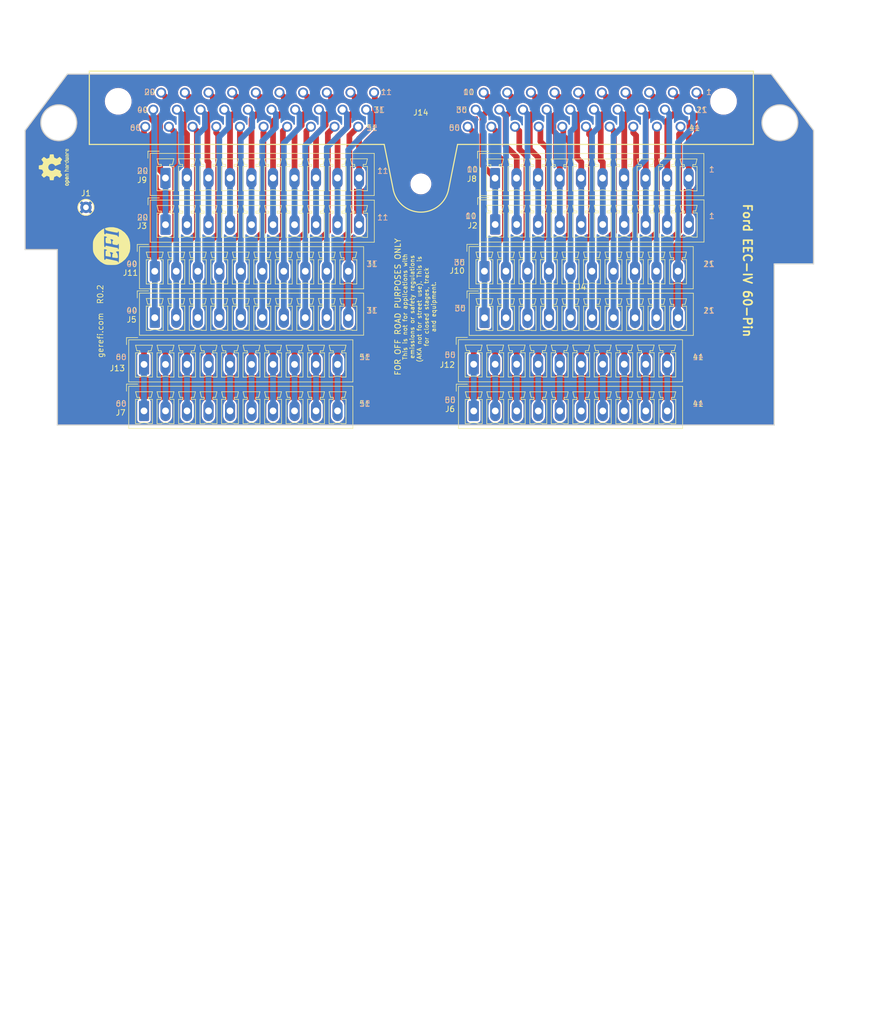
<source format=kicad_pcb>
(kicad_pcb (version 20221018) (generator pcbnew)
  (title_block (title "134pin 7-967288-1 Breakout board") (date "2020-06-02") (rev "R0.1"))
  (layers (0 "F.Cu" signal) (31 "B.Cu" signal) (34 "B.Paste" user) (35 "F.Paste" user) (36 "B.SilkS" user "B.Silkscreen") (37 "F.SilkS" user "F.Silkscreen") (38 "B.Mask" user) (39 "F.Mask" user) (44 "Edge.Cuts" user))
  (net 0 "")
  (net 1 "Net-(J11-Pad4)")
  (net 2 "Net-(J11-Pad3)")
  (net 3 "Net-(J11-Pad2)")
  (net 4 "Net-(J10-Pad4)")
  (net 5 "Net-(J10-Pad3)")
  (net 6 "Net-(J10-Pad2)")
  (net 7 "Net-(J13-Pad2)")
  (net 8 "Net-(J14-Pad2)")
  (net 9 "GND")
  (net 10 "/420")
  (net 11 "/421")
  (net 12 "/10")
  (net 13 "Net-(J14-Pad9)")
  (net 14 "Net-(J14-Pad8)")
  (net 15 "Net-(J14-Pad7)")
  (net 16 "Net-(J14-Pad6)")
  (net 17 "/5")
  (net 18 "Net-(J14-Pad4)")
  (net 19 "Net-(J14-Pad3)")
  (net 20 "/1")
  (net 21 "Net-(J14-Pad19)")
  (net 22 "Net-(J14-Pad18)")
  (net 23 "Net-(J14-Pad17)")
  (net 24 "Net-(J14-Pad16)")
  (net 25 "/15")
  (net 26 "Net-(J14-Pad14)")
  (net 27 "Net-(J14-Pad13)")
  (net 28 "Net-(J14-Pad12)")
  (net 29 "/11")
  (net 30 "/25")
  (net 31 "Net-(J10-Pad7)")
  (net 32 "Net-(J10-Pad8)")
  (net 33 "/31")
  (net 34 "Net-(J12-Pad8)")
  (net 35 "Net-(J12-Pad7)")
  (net 36 "/45")
  (net 37 "Net-(J12-Pad4)")
  (net 38 "Net-(J12-Pad3)")
  (net 39 "Net-(J12-Pad2)")
  (net 40 "/41")
  (net 41 "/60")
  (net 42 "Net-(J13-Pad9)")
  (net 43 "/55")
  (net 44 "/54")
  (net 45 "/53")
  (net 46 "Net-(J10-Pad9)")
  (net 47 "Net-(J10-Pad5)")
  (net 48 "/30")
  (net 49 "Net-(J11-Pad9)")
  (net 50 "Net-(J11-Pad8)")
  (net 51 "Net-(J11-Pad7)")
  (net 52 "/35")
  (net 53 "Net-(J11-Pad5)")
  (net 54 "/40")
  (net 55 "Net-(J12-Pad9)")
  (net 56 "Net-(J12-Pad5)")
  (net 57 "/50")
  (net 58 "Net-(J13-Pad10)")
  (net 59 "Net-(J13-Pad5)")
  (net 60 "Net-(J13-Pad4)")
  (net 61 "Net-(J13-Pad3)")
  (footprint "Symbol:OSHW-Logo2_7.3x6mm_SilkScreen" (layer "F.Cu") (at 101.0793 79.4004 90)
    (fp_text reference "LOGO1" hide)
    (fp_text value "DNP" hide)
  )
  (footprint "TestPoint:TestPoint_Keystone_5000-5004_Miniature" (layer "F.Cu") (at 106.6673 86.4997)
    (fp_text reference "J1")
    (fp_text value "Conn_01x01")
  )
  (footprint "gerefi:Off_Road_Disclaimer" (layer "F.Cu") (at 165.1 104.14 90)
    (fp_text reference "G1" hide)
    (fp_text value "Disclaimer" hide)
  )
  (footprint "gerefi:LOGO" (layer "F.Cu") (at 111.2393 93.3704 90)
    (fp_text reference "G2" hide)
    (fp_text value "LOGO" hide)
  )
  (footprint "Connector_Phoenix_MC:PhoenixContact_MCV_1,5_10-G-3.81_1x10_P3.81mm_Vertical" (layer "F.Cu") (at 179.1716 89.535)
    (fp_text reference "J2")
    (fp_text value "Conn_01x10")
  )
  (footprint "Connector_Phoenix_MC:PhoenixContact_MCV_1,5_10-G-3.81_1x10_P3.81mm_Vertical" (layer "F.Cu") (at 120.7643 89.5731)
    (fp_text reference "J3")
    (fp_text value "Conn_01x10")
  )
  (footprint "Connector_Phoenix_MC:PhoenixContact_MCV_1,5_10-G-3.81_1x10_P3.81mm_Vertical" (layer "F.Cu") (at 177.2793 106.0831)
    (fp_text reference "J4")
    (fp_text value "Conn_01x10")
  )
  (footprint "Connector_Phoenix_MC:PhoenixContact_MCV_1,5_10-G-3.81_1x10_P3.81mm_Vertical" (layer "F.Cu") (at 118.8593 106.0577)
    (fp_text reference "J5")
    (fp_text value "Conn_01x10")
  )
  (footprint "Connector_Phoenix_MC:PhoenixContact_MCV_1,5_10-G-3.81_1x10_P3.81mm_Vertical" (layer "F.Cu") (at 175.3743 122.5931)
    (fp_text reference "J6")
    (fp_text value "Conn_01x10")
  )
  (footprint "Connector_Phoenix_MC:PhoenixContact_MCV_1,5_10-G-3.81_1x10_P3.81mm_Vertical" (layer "F.Cu") (at 116.9543 122.5804)
    (fp_text reference "J7")
    (fp_text value "Conn_01x10")
  )
  (footprint "Connector_Phoenix_MC:PhoenixContact_MCV_1,5_10-G-3.81_1x10_P3.81mm_Vertical" (layer "F.Cu") (at 179.1462 81.3181)
    (fp_text reference "J8")
    (fp_text value "Conn_01x10")
  )
  (footprint "Connector_Phoenix_MC:PhoenixContact_MCV_1,5_10-G-3.81_1x10_P3.81mm_Vertical" (layer "F.Cu") (at 120.7516 81.2927)
    (fp_text reference "J9")
    (fp_text value "Conn_01x10")
  )
  (footprint "Connector_Phoenix_MC:PhoenixContact_MCV_1,5_10-G-3.81_1x10_P3.81mm_Vertical" (layer "F.Cu") (at 177.2666 97.8154)
    (fp_text reference "J10")
    (fp_text value "Conn_01x10")
  )
  (footprint "Connector_Phoenix_MC:PhoenixContact_MCV_1,5_10-G-3.81_1x10_P3.81mm_Vertical" (layer "F.Cu") (at 175.3616 114.3127)
    (fp_text reference "J12")
    (fp_text value "Conn_01x10")
  )
  (footprint "Connector_Phoenix_MC:PhoenixContact_MCV_1,5_10-G-3.81_1x10_P3.81mm_Vertical" (layer "F.Cu") (at 116.9543 114.3381)
    (fp_text reference "J13")
    (fp_text value "Conn_01x10")
  )
  (footprint "gerefi:eeciv" (layer "F.Cu") (at 166.009425 62.296099)
    (fp_text reference "J14")
    (fp_text value "EEC-IV")
  )
  (footprint "Connector_Phoenix_MC:PhoenixContact_MCV_1,5_10-G-3.81_1x10_P3.81mm_Vertical" (layer "F.Cu") (at 118.8593 97.8281)
    (fp_text reference "J11")
    (fp_text value "Conn_01x10")
  )
  (gr_line (start 95.885 72.865) (end 95.885 93.98) (stroke (width 0.2)) (layer "Edge.Cuts"))
  (gr_circle (center 229.616 71.501) (end 232.791 71.501) (stroke (width 0.2)) (fill none) (layer "Edge.Cuts"))
  (gr_line (start 101.6 125.095) (end 228.6 125.095) (stroke (width 0.2)) (layer "Edge.Cuts"))
  (gr_line (start 235.585 96.52) (end 228.6 96.52) (stroke (width 0.2)) (layer "Edge.Cuts"))
  (gr_line (start 235.585 96.52) (end 235.585 72.865) (stroke (width 0.2)) (layer "Edge.Cuts"))
  (gr_line (start 95.885 72.865) (end 103.385 62.865) (stroke (width 0.2)) (layer "Edge.Cuts"))
  (gr_line (start 228.085 62.865) (end 103.385 62.865) (stroke (width 0.2)) (layer "Edge.Cuts"))
  (gr_line (start 101.6 93.98) (end 101.6 125.095) (stroke (width 0.2)) (layer "Edge.Cuts"))
  (gr_circle (center 101.854 71.501) (end 105.029 71.501) (stroke (width 0.2)) (fill none) (layer "Edge.Cuts"))
  (gr_line (start 95.885 93.98) (end 101.6 93.98) (stroke (width 0.2)) (layer "Edge.Cuts"))
  (gr_line (start 228.085 62.865) (end 235.585 72.865) (stroke (width 0.2)) (layer "Edge.Cuts"))
  (gr_line (start 228.6 96.52) (end 228.6 125.095) (stroke (width 0.2)) (layer "Edge.Cuts"))
  (gr_text "20" (at 117.9703 66.0654) (layer "B.SilkS") (effects (font (size 1.016 1.016) (thickness 0.13)) (justify mirror)))
  (gr_text "60" (at 115.4303 72.4154) (layer "B.SilkS") (effects (font (size 1.016 1.016) (thickness 0.13)) (justify mirror)))
  (gr_text "40" (at 116.7003 69.2404) (layer "B.SilkS") (effects (font (size 1.016 1.016) (thickness 0.13)) (justify mirror)))
  (gr_text "51" (at 157.3403 72.4154) (layer "B.SilkS") (effects (font (size 1.016 1.016) (thickness 0.13)) (justify mirror)))
  (gr_text "41" (at 214.4903 72.4154) (layer "B.SilkS") (effects (font (size 1.016 1.016) (thickness 0.13)) (justify mirror)))
  (gr_text "31" (at 158.6103 69.2404) (layer "B.SilkS") (effects (font (size 1.016 1.016) (thickness 0.13)) (justify mirror)))
  (gr_text "50" (at 171.9453 72.4154) (layer "B.SilkS") (effects (font (size 1.016 1.016) (thickness 0.13)) (justify mirror)))
  (gr_text "30" (at 173.2153 69.2404) (layer "B.SilkS") (effects (font (size 1.016 1.016) (thickness 0.13)) (justify mirror)))
  (gr_text "10" (at 174.4853 66.0654) (layer "B.SilkS") (effects (font (size 1.016 1.016) (thickness 0.13)) (justify mirror)))
  (gr_text "21" (at 215.7603 69.2404) (layer "B.SilkS") (effects (font (size 1.016 1.016) (thickness 0.13)) (justify mirror)))
  (gr_text "1" (at 217.0303 66.0654) (layer "B.SilkS") (effects (font (size 1.016 1.016) (thickness 0.13)) (justify mirror)))
  (gr_text "11" (at 159.8803 66.0654) (layer "B.SilkS") (effects (font (size 1.016 1.016) (thickness 0.13)) (justify mirror)))
  (gr_text "50" (at 171.1833 112.6744) (layer "B.SilkS") (effects (font (size 1.016 1.016) (thickness 0.13)) (justify mirror)))
  (gr_text "50" (at 171.1833 120.6754) (layer "B.SilkS") (effects (font (size 1.016 1.016) (thickness 0.13)) (justify mirror)))
  (gr_text "30" (at 172.8343 96.2914) (layer "B.SilkS") (effects (font (size 1.016 1.016) (thickness 0.13)) (justify mirror)))
  (gr_text "30" (at 172.9613 104.4194) (layer "B.SilkS") (effects (font (size 1.016 1.016) (thickness 0.13)) (justify mirror)))
  (gr_text "10" (at 175.1203 79.7814) (layer "B.SilkS") (effects (font (size 1.016 1.016) (thickness 0.13)) (justify mirror)))
  (gr_text "10" (at 174.8663 88.0364) (layer "B.SilkS") (effects (font (size 1.016 1.016) (thickness 0.13)) (justify mirror)))
  (gr_text "1" (at 217.5383 79.7814) (layer "B.SilkS") (effects (font (size 1.016 1.016) (thickness 0.13)) (justify mirror)))
  (gr_text "1" (at 217.5383 88.0364) (layer "B.SilkS") (effects (font (size 1.016 1.016) (thickness 0.13)) (justify mirror)))
  (gr_text "21" (at 217.0303 96.5454) (layer "B.SilkS") (effects (font (size 1.016 1.016) (thickness 0.13)) (justify mirror)))
  (gr_text "21" (at 217.0303 104.8004) (layer "B.SilkS") (effects (font (size 1.016 1.016) (thickness 0.13)) (justify mirror)))
  (gr_text "41" (at 215.1253 113.0554) (layer "B.SilkS") (effects (font (size 1.016 1.016) (thickness 0.13)) (justify mirror)))
  (gr_text "41" (at 215.1253 121.3104) (layer "B.SilkS") (effects (font (size 1.016 1.016) (thickness 0.13)) (justify mirror)))
  (gr_text "60" (at 112.8903 113.0554) (layer "B.SilkS") (effects (font (size 1.016 1.016) (thickness 0.13)) (justify mirror)))
  (gr_text "60" (at 112.8903 121.3104) (layer "B.SilkS") (effects (font (size 1.016 1.016) (thickness 0.13)) (justify mirror)))
  (gr_text "40" (at 114.7953 96.5454) (layer "B.SilkS") (effects (font (size 1.016 1.016) (thickness 0.13)) (justify mirror)))
  (gr_text "40" (at 114.7953 104.8004) (layer "B.SilkS") (effects (font (size 1.016 1.016) (thickness 0.13)) (justify mirror)))
  (gr_text "20" (at 116.7003 80.0354) (layer "B.SilkS") (effects (font (size 1.016 1.016) (thickness 0.13)) (justify mirror)))
  (gr_text "20" (at 116.7003 88.2904) (layer "B.SilkS") (effects (font (size 1.016 1.016) (thickness 0.13)) (justify mirror)))
  (gr_text "51" (at 156.0703 121.3104) (layer "B.SilkS") (effects (font (size 1.016 1.016) (thickness 0.13)) (justify mirror)))
  (gr_text "51" (at 156.0703 113.0554) (layer "B.SilkS") (effects (font (size 1.016 1.016) (thickness 0.13)) (justify mirror)))
  (gr_text "31" (at 157.3403 96.5454) (layer "B.SilkS") (effects (font (size 1.016 1.016) (thickness 0.13)) (justify mirror)))
  (gr_text "31" (at 157.3403 104.8004) (layer "B.SilkS") (effects (font (size 1.016 1.016) (thickness 0.13)) (justify mirror)))
  (gr_text "11" (at 159.2453 80.0354) (layer "B.SilkS") (effects (font (size 1.016 1.016) (thickness 0.13)) (justify mirror)))
  (gr_text "11" (at 159.2453 88.2904) (layer "B.SilkS") (effects (font (size 1.016 1.016) (thickness 0.13)) (justify mirror)))
  (gr_text "50" (at 171.1833 112.6744) (layer "F.SilkS") (effects (font (size 1.016 1.016) (thickness 0.13))))
  (gr_text "50" (at 171.1833 120.6754) (layer "F.SilkS") (effects (font (size 1.016 1.016) (thickness 0.13))))
  (gr_text "30" (at 172.8343 96.2914) (layer "F.SilkS") (effects (font (size 1.016 1.016) (thickness 0.13))))
  (gr_text "30" (at 172.9613 104.4194) (layer "F.SilkS") (effects (font (size 1.016 1.016) (thickness 0.13))))
  (gr_text "10" (at 175.1203 79.7814) (layer "F.SilkS") (effects (font (size 1.016 1.016) (thickness 0.13))))
  (gr_text "10" (at 174.8663 88.0364) (layer "F.SilkS") (effects (font (size 1.016 1.016) (thickness 0.13))))
  (gr_text "1" (at 217.5383 79.7814) (layer "F.SilkS") (effects (font (size 1.016 1.016) (thickness 0.13))))
  (gr_text "1" (at 217.5383 88.0364) (layer "F.SilkS") (effects (font (size 1.016 1.016) (thickness 0.13))))
  (gr_text "21" (at 217.0303 96.5454) (layer "F.SilkS") (effects (font (size 1.016 1.016) (thickness 0.13))))
  (gr_text "21" (at 217.0303 104.8004) (layer "F.SilkS") (effects (font (size 1.016 1.016) (thickness 0.13))))
  (gr_text "41" (at 215.1253 113.0554) (layer "F.SilkS") (effects (font (size 1.016 1.016) (thickness 0.13))))
  (gr_text "41" (at 215.1253 121.3104) (layer "F.SilkS") (effects (font (size 1.016 1.016) (thickness 0.13))))
  (gr_text "60" (at 112.8903 113.0554) (layer "F.SilkS") (effects (font (size 1.016 1.016) (thickness 0.13))))
  (gr_text "60" (at 112.8903 121.3104) (layer "F.SilkS") (effects (font (size 1.016 1.016) (thickness 0.13))))
  (gr_text "40" (at 114.7953 96.5454) (layer "F.SilkS") (effects (font (size 1.016 1.016) (thickness 0.13))))
  (gr_text "40" (at 114.7953 104.8004) (layer "F.SilkS") (effects (font (size 1.016 1.016) (thickness 0.13))))
  (gr_text "20" (at 116.7003 80.0354) (layer "F.SilkS") (effects (font (size 1.016 1.016) (thickness 0.13))))
  (gr_text "20" (at 116.7003 88.2904) (layer "F.SilkS") (effects (font (size 1.016 1.016) (thickness 0.13))))
  (gr_text "51" (at 156.0703 121.3104) (layer "F.SilkS") (effects (font (size 1.016 1.016) (thickness 0.13))))
  (gr_text "51" (at 156.0703 113.0554) (layer "F.SilkS") (effects (font (size 1.016 1.016) (thickness 0.13))))
  (gr_text "31" (at 157.3403 96.5454) (layer "F.SilkS") (effects (font (size 1.016 1.016) (thickness 0.13))))
  (gr_text "31" (at 157.3403 104.8004) (layer "F.SilkS") (effects (font (size 1.016 1.016) (thickness 0.13))))
  (gr_text "11" (at 159.2453 80.0354) (layer "F.SilkS") (effects (font (size 1.016 1.016) (thickness 0.13))))
  (gr_text "11" (at 159.2453 88.2904) (layer "F.SilkS") (effects (font (size 1.016 1.016) (thickness 0.13))))
  (gr_text "31" (at 158.6103 69.2404) (layer "F.SilkS") (effects (font (size 1.016 1.016) (thickness 0.13))))
  (gr_text "gerefi.com  R0.2" (at 109.22 106.68 90) (layer "F.SilkS") (effects (font (size 1.016 1.016) (thickness 0.13))))
  (gr_text "40" (at 116.7003 69.2404) (layer "F.SilkS") (effects (font (size 1.016 1.016) (thickness 0.13))))
  (gr_text "41" (at 214.4903 72.4154) (layer "F.SilkS") (effects (font (size 1.016 1.016) (thickness 0.13))))
  (gr_text "30" (at 173.2153 69.2404) (layer "F.SilkS") (effects (font (size 1.016 1.016) (thickness 0.13))))
  (gr_text "51" (at 157.3403 72.4154) (layer "F.SilkS") (effects (font (size 1.016 1.016) (thickness 0.13))))
  (gr_text "11" (at 159.8803 66.0654) (layer "F.SilkS") (effects (font (size 1.016 1.016) (thickness 0.13))))
  (gr_text "Ford EEC-IV 60-Pin" (at 223.8629 97.6884 -90) (layer "F.SilkS") (effects (font (size 1.5 1.5) (thickness 0.3))))
  (gr_text "21" (at 215.7603 69.2404) (layer "F.SilkS") (effects (font (size 1.016 1.016) (thickness 0.13))))
  (gr_text "10" (at 174.4853 66.0654) (layer "F.SilkS") (effects (font (size 1.016 1.016) (thickness 0.13))))
  (gr_text "20" (at 117.9703 66.0654) (layer "F.SilkS") (effects (font (size 1.016 1.016) (thickness 0.13))))
  (gr_text "1" (at 217.0303 66.0654) (layer "F.SilkS") (effects (font (size 1.016 1.016) (thickness 0.13))))
  (gr_text "60" (at 115.4303 72.4154) (layer "F.SilkS") (effects (font (size 1.016 1.016) (thickness 0.13))))
  (gr_text "50" (at 171.9453 72.4154) (layer "F.SilkS") (effects (font (size 1.016 1.016) (thickness 0.13))))
  (segment (start 130.2893 97.8154) (end 130.2893 74.002306) (width 1.016) (layer "B.Cu") (net 1))
  (segment (start 131.937399 72.354207) (end 131.937399 69.938499) (width 1.016) (layer "B.Cu") (net 1))
  (segment (start 131.937399 69.938499) (end 131.1754 69.1765) (width 1.016) (layer "B.Cu") (net 1))
  (segment (start 130.2893 97.8154) (end 130.2893 106.0704) (width 1.016) (layer "B.Cu") (net 1))
  (segment (start 130.2893 74.002306) (end 131.937399 72.354207) (width 1.016) (layer "B.Cu") (net 1))
  (segment (start 127.745399 72.358207) (end 127.745399 69.942499) (width 1.016) (layer "B.Cu") (net 2))
  (segment (start 126.4793 97.8154) (end 126.4793 106.0704) (width 1.016) (layer "B.Cu") (net 2))
  (segment (start 126.4793 97.8154) (end 126.4793 73.624306) (width 1.016) (layer "B.Cu") (net 2))
  (segment (start 126.4793 73.624306) (end 127.745399 72.358207) (width 1.016) (layer "B.Cu") (net 2))
  (segment (start 127.745399 69.942499) (end 126.9834 69.1805) (width 1.016) (layer "B.Cu") (net 2))
  (segment (start 122.6693 79.888121) (end 123.549399 79.008022) (width 1.016) (layer "B.Cu") (net 3))
  (segment (start 123.549399 79.008022) (end 123.549399 69.942499) (width 1.016) (layer "B.Cu") (net 3))
  (segment (start 123.549399 69.942499) (end 122.7874 69.1805) (width 1.016) (layer "B.Cu") (net 3))
  (segment (start 122.6693 97.8154) (end 122.6693 79.888121) (width 1.016) (layer "B.Cu") (net 3))
  (segment (start 122.6693 97.8154) (end 122.6693 106.0704) (width 1.016) (layer "B.Cu") (net 3))
  (segment (start 188.7093 69.5874) (end 188.2954 69.1735) (width 1.016) (layer "B.Cu") (net 4))
  (segment (start 188.7093 97.8154) (end 188.7093 106.0704) (width 1.016) (layer "B.Cu") (net 4))
  (segment (start 188.7093 97.8154) (end 188.7093 69.5874) (width 1.016) (layer "B.Cu") (net 4))
  (segment (start 184.8993 69.9734) (end 184.1034 69.1775) (width 1.016) (layer "B.Cu") (net 5))
  (segment (start 184.8993 97.8154) (end 184.8993 106.0704) (width 1.016) (layer "B.Cu") (net 5))
  (segment (start 184.8993 97.8154) (end 184.8993 69.9734) (width 1.016) (layer "B.Cu") (net 5))
  (segment (start 181.0893 97.8154) (end 181.0893 70.3594) (width 1.016) (layer "B.Cu") (net 6))
  (segment (start 181.0893 70.3594) (end 179.9074 69.1775) (width 1.016) (layer "B.Cu") (net 6))
  (segment (start 181.0893 97.8154) (end 181.0893 106.0704) (width 1.016) (layer "B.Cu") (net 6))
  (segment (start 120.7643 93.263444) (end 122.47711 91.550634) (width 1.016) (layer "F.Cu") (net 7))
  (segment (start 122.133399 72.967499) (end 121.3714 72.2055) (width 1.016) (layer "F.Cu") (net 7))
  (segment (start 122.47711 91.550634) (end 122.47711 73.31121) (width 1.016) (layer "F.Cu") (net 7))
  (segment (start 120.7643 114.3254) (end 120.7643 93.263444) (width 1.016) (layer "F.Cu") (net 7))
  (segment (start 122.47711 73.31121) (end 122.133399 72.967499) (width 1.016) (layer "F.Cu") (net 7))
  (segment (start 120.7643 114.3254) (end 120.7643 122.5804) (width 1.016) (layer "B.Cu") (net 7))
  (segment (start 211.415399 69.332207) (end 211.415399 66.903499) (width 1.016) (layer "F.Cu") (net 8))
  (segment (start 209.6643 71.083306) (end 211.415399 69.332207) (width 1.016) (layer "F.Cu") (net 8))
  (segment (start 209.6643 81.3054) (end 209.6643 71.083306) (width 1.016) (layer "F.Cu") (net 8))
  (segment (start 211.415399 66.903499) (end 210.6534 66.1415) (width 1.016) (layer "F.Cu") (net 8))
  (segment (start 209.6643 81.3054) (end 209.6643 89.5604) (width 1.016) (layer "B.Cu") (net 8))
  (segment (start 120.767399 66.913499) (end 120.0054 66.1515) (width 1.016) (layer "F.Cu") (net 10))
  (segment (start 120.7643 81.3054) (end 120.7643 80.9244) (width 1.016) (layer "F.Cu") (net 10))
  (segment (start 119.796599 70.313007) (end 120.767399 69.342207) (width 1.016) (layer "F.Cu") (net 10))
  (segment (start 120.767399 69.342207) (end 120.767399 66.913499) (width 1.016) (layer "F.Cu") (net 10))
  (segment (start 119.796599 79.956699) (end 119.796599 70.313007) (width 1.016) (layer "F.Cu") (net 10))
  (segment (start 120.7643 80.9244) (end 119.796599 79.956699) (width 1.016) (layer "F.Cu") (net 10))
  (segment (start 120.7643 81.3054) (end 120.7643 89.5604) (width 1.016) (layer "B.Cu") (net 10))
  (segment (start 211.5693 97.8154) (end 211.5693 106.0704) (width 1.016) (layer "B.Cu") (net 11))
  (segment (start 211.5693 97.8154) (end 211.5693 74.981306) (width 1.016) (layer "B.Cu") (net 11))
  (segment (start 214.199399 72.351207) (end 214.199399 69.935499) (width 1.016) (layer "B.Cu") (net 11))
  (segment (start 211.5693 74.981306) (end 214.199399 72.351207) (width 1.016) (layer "B.Cu") (net 11))
  (segment (start 214.199399 69.935499) (end 213.4374 69.1735) (width 1.016) (layer "B.Cu") (net 11))
  (segment (start 176.916599 70.310007) (end 177.887399 69.339207) (width 1.016) (layer "F.Cu") (net 12))
  (segment (start 179.1843 81.3054) (end 176.916599 79.037699) (width 1.016) (layer "F.Cu") (net 12))
  (segment (start 177.887399 66.910499) (end 177.1254 66.1485) (width 1.016) (layer "F.Cu") (net 12))
  (segment (start 176.916599 79.037699) (end 176.916599 70.310007) (width 1.016) (layer "F.Cu") (net 12))
  (segment (start 177.887399 69.339207) (end 177.887399 66.910499) (width 1.016) (layer "F.Cu") (net 12))
  (segment (start 179.1843 81.3054) (end 179.1843 89.5604) (width 1.016) (layer "B.Cu") (net 12))
  (segment (start 181.0258 75.616806) (end 181.0258 70.389806) (width 1.016) (layer "F.Cu") (net 13))
  (segment (start 182.9943 81.3054) (end 182.9943 77.585306) (width 1.016) (layer "F.Cu") (net 13))
  (segment (start 182.073399 69.342207) (end 182.073399 66.913499) (width 1.016) (layer "F.Cu") (net 13))
  (segment (start 181.0258 70.389806) (end 182.073399 69.342207) (width 1.016) (layer "F.Cu") (net 13))
  (segment (start 182.073399 66.913499) (end 181.3114 66.1515) (width 1.016) (layer "F.Cu") (net 13))
  (segment (start 182.9943 77.585306) (end 181.0258 75.616806) (width 1.016) (layer "F.Cu") (net 13))
  (segment (start 182.9943 81.3054) (end 182.9943 89.5604) (width 1.016) (layer "B.Cu") (net 13))
  (segment (start 186.269399 66.913499) (end 185.5074 66.1515) (width 1.016) (layer "F.Cu") (net 14))
  (segment (start 186.8043 77.659493) (end 185.304599 76.159792) (width 1.016) (layer "F.Cu") (net 14))
  (segment (start 185.304599 70.307007) (end 186.269399 69.342207) (width 1.016) (layer "F.Cu") (net 14))
  (segment (start 186.8043 81.3054) (end 186.8043 77.659493) (width 1.016) (layer "F.Cu") (net 14))
  (segment (start 185.304599 76.159792) (end 185.304599 70.307007) (width 1.016) (layer "F.Cu") (net 14))
  (segment (start 186.269399 69.342207) (end 186.269399 66.913499) (width 1.016) (layer "F.Cu") (net 14))
  (segment (start 186.8043 81.3054) (end 186.8043 89.5604) (width 1.016) (layer "B.Cu") (net 14))
  (segment (start 190.461399 66.909499) (end 189.6994 66.1475) (width 1.016) (layer "F.Cu") (net 15))
  (segment (start 189.492599 70.307007) (end 190.461399 69.338207) (width 1.016) (layer "F.Cu") (net 15))
  (segment (start 190.6143 78.4894) (end 189.92849 77.80359) (width 1.016) (layer "F.Cu") (net 15))
  (segment (start 189.92849 77.80359) (end 189.92849 73.396296) (width 1.016) (layer "F.Cu") (net 15))
  (segment (start 189.92849 73.396296) (end 189.492599 72.960405) (width 1.016) (layer "F.Cu") (net 15))
  (segment (start 189.492599 72.960405) (end 189.492599 70.307007) (width 1.016) (layer "F.Cu") (net 15))
  (segment (start 190.6143 81.3054) (end 190.6143 78.4894) (width 1.016) (layer "F.Cu") (net 15))
  (segment (start 190.461399 69.338207) (end 190.461399 66.909499) (width 1.016) (layer "F.Cu") (net 15))
  (segment (start 190.6143 81.3054) (end 190.6143 89.5604) (width 1.016) (layer "B.Cu") (net 15))
  (segment (start 194.649399 69.344207) (end 194.649399 66.915499) (width 1.016) (layer "F.Cu") (net 16))
  (segment (start 194.649399 66.915499) (end 193.8874 66.1535) (width 1.016) (layer "F.Cu") (net 16))
  (segment (start 193.684599 77.749699) (end 193.684599 70.309007) (width 1.016) (layer "F.Cu") (net 16))
  (segment (start 194.4243 81.3054) (end 194.4243 78.4894) (width 1.016) (layer "F.Cu") (net 16))
  (segment (start 194.4243 78.4894) (end 193.684599 77.749699) (width 1.016) (layer "F.Cu") (net 16))
  (segment (start 193.684599 70.309007) (end 194.649399 69.344207) (width 1.016) (layer "F.Cu") (net 16))
  (segment (start 194.4243 81.3054) (end 194.4243 89.5604) (width 1.016) (layer "B.Cu") (net 16))
  (segment (start 197.870599 70.304007) (end 198.841399 69.333207) (width 1.016) (layer "F.Cu") (net 17))
  (segment (start 198.2343 81.3054) (end 198.2343 78.4894) (width 1.016) (layer "F.Cu") (net 17))
  (segment (start 198.2343 78.4894) (end 197.870599 78.125699) (width 1.016) (layer "F.Cu") (net 17))
  (segment (start 198.841399 69.333207) (end 198.841399 66.904499) (width 1.016) (layer "F.Cu") (net 17))
  (segment (start 197.870599 78.125699) (end 197.870599 70.304007) (width 1.016) (layer "F.Cu") (net 17))
  (segment (start 198.841399 66.904499) (end 198.0794 66.1425) (width 1.016) (layer "F.Cu") (net 17))
  (segment (start 198.2343 81.3054) (end 198.2343 89.5604) (width 1.016) (layer "B.Cu") (net 17))
  (segment (start 202.0443 81.3054) (end 202.0443 70.319306) (width 1.016) (layer "F.Cu") (net 18))
  (segment (start 203.027399 66.907499) (end 202.2654 66.1455) (width 1.016) (layer "F.Cu") (net 18))
  (segment (start 202.0443 70.319306) (end 203.027399 69.336207) (width 1.016) (layer "F.Cu") (net 18))
  (segment (start 203.027399 69.336207) (end 203.027399 66.907499) (width 1.016) (layer "F.Cu") (net 18))
  (segment (start 202.0443 81.3054) (end 202.0443 89.5604) (width 1.016) (layer "B.Cu") (net 18))
  (segment (start 205.8543 70.705306) (end 207.223399 69.336207) (width 1.016) (layer "F.Cu") (net 19))
  (segment (start 207.223399 69.336207) (end 207.223399 66.907499) (width 1.016) (layer "F.Cu") (net 19))
  (segment (start 207.223399 66.907499) (end 206.4614 66.1455) (width 1.016) (layer "F.Cu") (net 19))
  (segment (start 205.8543 81.3054) (end 205.8543 70.705306) (width 1.016) (layer "F.Cu") (net 19))
  (segment (start 205.8543 81.3054) (end 205.8543 89.5604) (width 1.016) (layer "B.Cu") (net 19))
  (segment (start 213.596201 71.658499) (end 215.603399 69.651301) (width 1.016) (layer "F.Cu") (net 20))
  (segment (start 215.603399 66.909499) (end 214.8414 66.1475) (width 1.016) (layer "F.Cu") (net 20))
  (segment (start 215.603399 69.651301) (end 215.603399 66.909499) (width 1.016) (layer "F.Cu") (net 20))
  (segment (start 213.4743 81.3054) (end 213.4743 73.076306) (width 1.016) (layer "F.Cu") (net 20))
  (segment (start 213.4743 73.076306) (end 213.596201 72.954405) (width 1.016) (layer "F.Cu") (net 20))
  (segment (start 213.596201 72.954405) (end 213.596201 71.658499) (width 1.016) (layer "F.Cu") (net 20))
  (segment (start 213.4743 81.3054) (end 213.4743 89.5604) (width 1.016) (layer "B.Cu") (net 20))
  (segment (start 123.992599 70.306007) (end 124.953399 69.345207) (width 1.016) (layer "F.Cu") (net 21))
  (segment (start 124.953399 66.916499) (end 124.1914 66.1545) (width 1.016) (layer "F.Cu") (net 21))
  (segment (start 124.5743 81.3054) (end 124.5743 73.543106) (width 1.016) (layer "F.Cu") (net 21))
  (segment (start 123.992599 72.961405) (end 123.992599 70.306007) (width 1.016) (layer "F.Cu") (net 21))
  (segment (start 124.5743 73.543106) (end 123.992599 72.961405) (width 1.016) (layer "F.Cu") (net 21))
  (segment (start 124.953399 69.345207) (end 124.953399 66.916499) (width 1.016) (layer "F.Cu") (net 21))
  (segment (start 124.5743 81.3054) (end 124.5743 89.5604) (width 1.016) (layer "B.Cu") (net 21))
  (segment (start 128.184599 70.310007) (end 129.149399 69.345207) (width 1.016) (layer "F.Cu") (net 22))
  (segment (start 128.184599 78.289699) (end 128.184599 70.310007) (width 1.016) (layer "F.Cu") (net 22))
  (segment (start 129.149399 66.916499) (end 128.3874 66.1545) (width 1.016) (layer "F.Cu") (net 22))
  (segment (start 128.3843 78.4894) (end 128.184599 78.289699) (width 1.016) (layer "F.Cu") (net 22))
  (segment (start 128.3843 81.3054) (end 128.3843 78.4894) (width 1.016) (layer "F.Cu") (net 22))
  (segment (start 129.149399 69.345207) (end 129.149399 66.916499) (width 1.016) (layer "F.Cu") (net 22))
  (segment (start 128.3843 81.3054) (end 128.3843 89.5604) (width 1.016) (layer "B.Cu") (net 22))
  (segment (start 132.1943 81.3054) (end 132.1943 70.488306) (width 1.016) (layer "F.Cu") (net 23))
  (segment (start 132.1943 70.488306) (end 133.341399 69.341207) (width 1.016) (layer "F.Cu") (net 23))
  (segment (start 133.341399 69.341207) (end 133.341399 66.912499) (width 1.016) (layer "F.Cu") (net 23))
  (segment (start 133.341399 66.912499) (end 132.5794 66.1505) (width 1.016) (layer "F.Cu") (net 23))
  (segment (start 132.1943 81.3054) (end 132.1943 89.5604) (width 1.016) (layer "B.Cu") (net 23))
  (segment (start 136.0043 81.3054) (end 136.0043 70.872306) (width 1.016) (layer "F.Cu") (net 24))
  (segment (start 137.529399 66.918499) (end 136.7674 66.1565) (width 1.016) (layer "F.Cu") (net 24))
  (segment (start 136.0043 70.872306) (end 137.529399 69.347207) (width 1.016) (layer "F.Cu") (net 24))
  (segment (start 137.529399 69.347207) (end 137.529399 66.918499) (width 1.016) (layer "F.Cu") (net 24))
  (segment (start 136.0043 81.3054) (end 136.0043 89.5604) (width 1.016) (layer "B.Cu") (net 24))
  (segment (start 141.721399 66.907499) (end 140.9594 66.1455) (width 1.016) (layer "F.Cu") (net 25))
  (segment (start 139.8143 81.3054) (end 139.8143 71.243306) (width 1.016) (layer "F.Cu") (net 25))
  (segment (start 139.8143 71.243306) (end 141.721399 69.336207) (width 1.016) (layer "F.Cu") (net 25))
  (segment (start 141.721399 69.336207) (end 141.721399 66.907499) (width 1.016) (layer "F.Cu") (net 25))
  (segment (start 139.8143 81.3054) (end 139.8143 89.5604) (width 1.016) (layer "B.Cu") (net 25))
  (segment (start 144.8943 70.352306) (end 145.907399 69.339207) (width 1.016) (layer "F.Cu") (net 26))
  (segment (start 143.6243 73.228693) (end 144.8943 71.958693) (width 1.016) (layer "F.Cu") (net 26))
  (segment (start 145.907399 69.339207) (end 145.907399 66.910499) (width 1.016) (layer "F.Cu") (net 26))
  (segment (start 145.907399 66.910499) (end 145.1454 66.1485) (width 1.016) (layer "F.Cu") (net 26))
  (segment (start 144.8943 71.958693) (end 144.8943 70.352306) (width 1.016) (layer "F.Cu") (net 26))
  (segment (start 143.6243 81.3054) (end 143.6243 73.228693) (width 1.016) (layer "F.Cu") (net 26))
  (segment (start 143.6243 81.3054) (end 143.6243 89.5604) (width 1.016) (layer "B.Cu") (net 26))
  (segment (start 147.4343 81.3054) (end 147.4343 73.606693) (width 1.016) (layer "F.Cu") (net 27))
  (segment (start 150.103399 66.910499) (end 150.095825 66.910499) (width 1.016) (layer "F.Cu") (net 27))
  (segment (start 150.103399 69.339207) (end 150.103399 66.910499) (width 1.016) (layer "F.Cu") (net 27))
  (segment (start 147.4343 73.606693) (end 149.138599 71.902394) (width 1.016) (layer "F.Cu") (net 27))
  (segment (start 149.138599 70.304007) (end 150.103399 69.339207) (width 1.016) (layer "F.Cu") (net 27))
  (segment (start 149.138599 71.902394) (end 149.138599 70.304007) (width 1.016) (layer "F.Cu") (net 27))
  (segment (start 150.095825 66.910499) (end 149.336425 66.151099) (width 1.016) (layer "F.Cu") (net 27))
  (segment (start 147.4343 81.3054) (end 147.4343 89.5604) (width 1.016) (layer "B.Cu") (net 27))
  (segment (start 151.2443 73.990693) (end 153.1493 72.085693) (width 1.016) (layer "F.Cu") (net 28))
  (segment (start 153.1493 70.481306) (end 154.295399 69.335207) (width 1.016) (layer "F.Cu") (net 28))
  (segment (start 154.295399 66.906499) (end 153.5334 66.1445) (width 1.016) (layer "F.Cu") (net 28))
  (segment (start 151.2443 81.3054) (end 151.2443 73.990693) (width 1.016) (layer "F.Cu") (net 28))
  (segment (start 153.1493 72.085693) (end 153.1493 70.481306) (width 1.016) (layer "F.Cu") (net 28))
  (segment (start 154.295399 69.335207) (end 154.295399 66.906499) (width 1.016) (layer "F.Cu") (net 28))
  (segment (start 151.2443 81.3054) (end 151.2443 89.5604) (width 1.016) (layer "B.Cu") (net 28))
  (segment (start 155.0543 81.3054) (end 155.0543 74.3204) (width 1.016) (layer "F.Cu") (net 29))
  (segment (start 157.8483 69.976306) (end 157.892201 69.932405) (width 1.016) (layer "F.Cu") (net 29))
  (segment (start 157.8483 71.5264) (end 157.8483 69.976306) (width 1.016) (layer "F.Cu") (net 29))
  (segment (start 157.892201 69.932405) (end 157.892201 68.420595) (width 1.016) (layer "F.Cu") (net 29))
  (segment (start 157.8483 68.376694) (end 157.8483 66.2774) (width 1.016) (layer "F.Cu") (net 29))
  (segment (start 155.0543 74.3204) (end 157.8483 71.5264) (width 1.016) (layer "F.Cu") (net 29))
  (segment (start 157.8483 66.2774) (end 157.7214 66.1505) (width 1.016) (layer "F.Cu") (net 29))
  (segment (start 157.892201 68.420595) (end 157.8483 68.376694) (width 1.016) (layer "F.Cu") (net 29))
  (segment (start 155.0543 81.3054) (end 155.0543 89.5604) (width 1.016) (layer "B.Cu") (net 29))
  (segment (start 196.3293 73.454306) (end 197.437399 72.346207) (width 1.016) (layer "B.Cu") (net 30))
  (segment (start 196.3293 97.8154) (end 196.3293 106.0704) (width 1.016) (layer "B.Cu") (net 30))
  (segment (start 196.3293 97.8154) (end 196.3293 73.454306) (width 1.016) (layer "B.Cu") (net 30))
  (segment (start 197.437399 69.930499) (end 196.6754 69.1685) (width 1.016) (layer "B.Cu") (net 30))
  (segment (start 197.437399 72.346207) (end 197.437399 69.930499) (width 1.016) (layer "B.Cu") (net 30))
  (segment (start 201.623399 69.933499) (end 200.8614 69.1715) (width 1.016) (layer "B.Cu") (net 31))
  (segment (start 200.1393 73.771301) (end 201.623399 72.287202) (width 1.016) (layer "B.Cu") (net 31))
  (segment (start 200.1393 97.8154) (end 200.1393 106.0704) (width 1.016) (layer "B.Cu") (net 31))
  (segment (start 200.1393 97.8154) (end 200.1393 73.771301) (width 1.016) (layer "B.Cu") (net 31))
  (segment (start 201.623399 72.287202) (end 201.623399 69.933499) (width 1.016) (layer "B.Cu") (net 31))
  (segment (start 203.9493 97.8154) (end 203.9493 79.888121) (width 1.016) (layer "B.Cu") (net 32))
  (segment (start 205.819399 69.933499) (end 205.0574 69.1715) (width 1.016) (layer "B.Cu") (net 32))
  (segment (start 203.9493 79.888121) (end 205.819399 78.018022) (width 1.016) (layer "B.Cu") (net 32))
  (segment (start 203.9493 97.8154) (end 203.9493 106.0704) (width 1.016) (layer "B.Cu") (net 32))
  (segment (start 205.819399 78.018022) (end 205.819399 69.933499) (width 1.016) (layer "B.Cu") (net 32))
  (segment (start 157.079399 69.938499) (end 156.3174 69.1765) (width 1.016) (layer "B.Cu") (net 33))
  (segment (start 153.1493 76.284306) (end 157.079399 72.354207) (width 1.016) (layer "B.Cu") (net 33))
  (segment (start 153.1493 97.8154) (end 153.1493 76.284306) (width 1.016) (layer "B.Cu") (net 33))
  (segment (start 157.079399 72.354207) (end 157.079399 69.938499) (width 1.016) (layer "B.Cu") (net 33))
  (segment (start 153.1493 97.8154) (end 153.1493 106.0704) (width 1.016) (layer "B.Cu") (net 33))
  (segment (start 203.6414 73.27413) (end 203.6414 72.1965) (width 1.016) (layer "F.Cu") (net 34))
  (segment (start 204.14149 90.785489) (end 204.14149 73.77422) (width 1.016) (layer "F.Cu") (net 34))
  (segment (start 202.0443 114.3254) (end 202.0443 92.882679) (width 1.016) (layer "F.Cu") (net 34))
  (segment (start 202.0443 92.882679) (end 204.14149 90.785489) (width 1.016) (layer "F.Cu") (net 34))
  (segment (start 204.14149 73.77422) (end 203.6414 73.27413) (width 1.016) (layer "F.Cu") (net 34))
  (segment (start 202.0443 114.3254) (end 202.0443 122.5804) (width 1.016) (layer "B.Cu") (net 34))
  (segment (start 198.2343 92.882679) (end 200.207399 90.90958) (width 1.016) (layer "F.Cu") (net 35))
  (segment (start 200.207399 90.90958) (end 200.207399 72.958499) (width 1.016) (layer "F.Cu") (net 35))
  (segment (start 200.207399 72.958499) (end 199.4454 72.1965) (width 1.016) (layer "F.Cu") (net 35))
  (segment (start 198.2343 114.3254) (end 198.2343 92.882679) (width 1.016) (layer "F.Cu") (net 35))
  (segment (start 198.2343 114.3254) (end 198.2343 122.5804) (width 1.016) (layer "B.Cu") (net 35))
  (segment (start 195.8213 73.5584) (end 195.8213 72.7554) (width 1.016) (layer "F.Cu") (net 36))
  (segment (start 194.4243 93.1164) (end 196.13711 91.40359) (width 1.016) (layer "F.Cu") (net 36))
  (segment (start 194.4243 114.3254) (end 194.4243 93.1164) (width 1.016) (layer "F.Cu") (net 36))
  (segment (start 196.13711 91.40359) (end 196.13711 73.87421) (width 1.016) (layer "F.Cu") (net 36))
  (segment (start 195.8213 72.7554) (end 195.2594 72.1935) (width 1.016) (layer "F.Cu") (net 36))
  (segment (start 196.13711 73.87421) (end 195.8213 73.5584) (width 1.016) (layer "F.Cu") (net 36))
  (segment (start 194.4243 114.3254) (end 194.4243 122.5804) (width 1.016) (layer "B.Cu") (net 36))
  (segment (start 186.8043 92.882679) (end 188.51711 91.169869) (width 1.016) (layer "F.Cu") (net 37))
  (segment (start 187.1853 72.5044) (end 186.8794 72.1985) (width 1.016) (layer "F.Cu") (net 37))
  (segment (start 188.51711 91.169869) (end 188.51711 76.16021) (width 1.016) (layer "F.Cu") (net 37))
  (segment (start 186.8043 114.3254) (end 186.8043 92.882679) (width 1.016) (layer "F.Cu") (net 37))
  (segment (start 188.51711 76.16021) (end 187.1853 74.8284) (width 1.016) (layer "F.Cu") (net 37))
  (segment (start 187.1853 74.8284) (end 187.1853 72.5044) (width 1.016) (layer "F.Cu") (net 37))
  (segment (start 186.8043 114.3254) (end 186.8043 122.5804) (width 1.016) (layer "B.Cu") (net 37))
  (segment (start 183.449399 72.964499) (end 182.6874 72.2025) (width 1.016) (layer "F.Cu") (net 38))
  (segment (start 183.449399 76.172499) (end 183.449399 72.964499) (width 1.016) (layer "F.Cu") (net 38))
  (segment (start 182.9943 114.3254) (end 182.9943 92.882679) (width 1.016) (layer "F.Cu") (net 38))
  (segment (start 182.9943 92.882679) (end 184.70711 91.169869) (width 1.016) (layer "F.Cu") (net 38))
  (segment (start 184.70711 77.43021) (end 183.449399 76.172499) (width 1.016) (layer "F.Cu") (net 38))
  (segment (start 184.70711 91.169869) (end 184.70711 77.43021) (width 1.016) (layer "F.Cu") (net 38))
  (segment (start 182.9943 114.3254) (end 182.9943 122.5804) (width 1.016) (layer "B.Cu") (net 38))
  (segment (start 179.1843 114.3254) (end 179.1843 93.263444) (width 1.016) (layer "F.Cu") (net 39))
  (segment (start 179.253399 76.929499) (end 179.253399 72.964499) (width 1.016) (layer "F.Cu") (net 39))
  (segment (start 179.253399 72.964499) (end 178.4914 72.2025) (width 1.016) (layer "F.Cu") (net 39))
  (segment (start 180.89711 78.57321) (end 179.253399 76.929499) (width 1.016) (layer "F.Cu") (net 39))
  (segment (start 180.89711 91.550634) (end 180.89711 78.57321) (width 1.016) (layer "F.Cu") (net 39))
  (segment (start 179.1843 93.263444) (end 180.89711 91.550634) (width 1.016) (layer "F.Cu") (net 39))
  (segment (start 179.1843 114.3254) (end 179.1843 122.5804) (width 1.016) (layer "B.Cu") (net 39))
  (segment (start 211.76149 73.53604) (end 212.0214 73.27613) (width 1.016) (layer "F.Cu") (net 40))
  (segment (start 211.76149 90.785489) (end 211.76149 73.53604) (width 1.016) (layer "F.Cu") (net 40))
  (segment (start 209.6643 114.3254) (end 209.6643 92.882679) (width 1.016) (layer "F.Cu") (net 40))
  (segment (start 209.6643 92.882679) (end 211.76149 90.785489) (width 1.016) (layer "F.Cu") (net 40))
  (segment (start 212.0214 73.27613) (end 212.0214 72.1985) (width 1.016) (layer "F.Cu") (net 40))
  (segment (start 209.6643 114.3254) (end 209.6643 122.5804) (width 1.016) (layer "B.Cu") (net 40))
  (segment (start 116.9543 114.3254) (end 116.9543 72.4336) (width 1.016) (layer "F.Cu") (net 41))
  (segment (start 116.9543 72.4336) (end 117.1854 72.2025) (width 1.016) (layer "F.Cu") (net 41))
  (segment (start 116.9543 114.3254) (end 116.9543 122.5804) (width 1.016) (layer "B.Cu") (net 41))
  (segment (start 149.53149 73.37741) (end 149.53149 76.90019) (width 1.016) (layer "F.Cu") (net 42))
  (segment (start 147.4343 92.882679) (end 149.53149 90.785489) (width 1.016) (layer "F.Cu") (net 42))
  (segment (start 149.51879 90.772789) (end 149.53149 90.785489) (width 1.016) (layer "F.Cu") (net 42))
  (segment (start 149.53149 73.37741) (end 150.459407 72.449492) (width 1.016) (layer "F.Cu") (net 42))
  (segment (start 150.459407 72.449492) (end 150.459407 72.447117) (width 1.016) (layer "F.Cu") (net 42))
  (segment (start 149.53149 76.90019) (end 149.51879 76.91289) (width 1.016) (layer "F.Cu") (net 42))
  (segment (start 150.459407 72.447117) (end 150.708425 72.198099) (width 1.016) (layer "F.Cu") (net 42))
  (segment (start 149.51879 76.91289) (end 149.51879 90.772789) (width 1.016) (layer "F.Cu") (net 42))
  (segment (start 147.4343 114.3254) (end 147.4343 92.882679) (width 1.016) (layer "F.Cu") (net 42))
  (segment (start 147.4343 114.3254) (end 147.4343 122.5804) (width 1.016) (layer "B.Cu") (net 42))
  (segment (start 136.0043 114.3254) (end 136.0043 92.882679) (width 1.016) (layer "F.Cu") (net 43))
  (segment (start 138.10149 73.31204) (end 138.1394 73.27413) (width 1.016) (layer "F.Cu") (net 43))
  (segment (start 138.1394 73.27413) (end 138.1394 72.1965) (width 1.016) (layer "F.Cu") (net 43))
  (segment (start 136.0043 92.882679) (end 138.10149 90.785489) (width 1.016) (layer "F.Cu") (net 43))
  (segment (start 138.10149 90.785489) (end 138.10149 73.31204) (width 1.016) (layer "F.Cu") (net 43))
  (segment (start 136.0043 114.3254) (end 136.0043 122.5804) (width 1.016) (layer "B.Cu") (net 43))
  (segment (start 139.8143 114.3254) (end 139.8143 92.882679) (width 1.016) (layer "F.Cu") (net 44))
  (segment (start 139.8143 92.882679) (end 141.563401 91.133578) (width 1.016) (layer "F.Cu") (net 44))
  (segment (start 141.563401 91.133578) (end 141.563401 72.961499) (width 1.016) (layer "F.Cu") (net 44))
  (segment (start 141.563401 72.961499) (end 142.3254 72.1995) (width 1.016) (layer "F.Cu") (net 44))
  (segment (start 139.8143 114.3254) (end 139.8143 122.5804) (width 1.016) (layer "B.Cu") (net 44))
  (segment (start 145.72149 72.99941) (end 145.759401 72.961499) (width 1.016) (layer "F.Cu") (net 45))
  (segment (start 145.72149 90.785489) (end 145.72149 72.99941) (width 1.016) (layer "F.Cu") (net 45))
  (segment (start 143.6243 92.882679) (end 145.72149 90.785489) (width 1.016) (layer "F.Cu") (net 45))
  (segment (start 145.759401 72.961499) (end 146.5214 72.1995) (width 1.016) (layer "F.Cu") (net 45))
  (segment (start 143.6243 114.3254) (end 143.6243 92.882679) (width 1.016) (layer "F.Cu") (net 45))
  (segment (start 143.6243 114.3254) (end 143.6243 122.5804) (width 1.016) (layer "B.Cu") (net 45))
  (segment (start 207.7593 79.888121) (end 210.011399 77.636022) (width 1.016) (layer "B.Cu") (net 46))
  (segment (start 210.011399 69.929499) (end 209.2494 69.1675) (width 1.016) (layer "B.Cu") (net 46))
  (segment (start 207.7593 97.8154) (end 207.7593 79.888121) (width 1.016) (layer "B.Cu") (net 46))
  (segment (start 207.7593 97.8154) (end 207.7593 106.0704) (width 1.016) (layer "B.Cu") (net 46))
  (segment (start 210.011399 77.636022) (end 210.011399 69.929499) (width 1.016) (layer "B.Cu") (net 46))
  (segment (start 192.5193 97.8154) (end 192.5193 106.0704) (width 1.016) (layer "B.Cu") (net 47))
  (segment (start 193.245399 69.941499) (end 192.4834 69.1795) (width 1.016) (layer "B.Cu") (net 47))
  (segment (start 192.5193 97.8154) (end 192.5193 73.083306) (width 1.016) (layer "B.Cu") (net 47))
  (segment (start 192.5193 73.083306) (end 193.245399 72.357207) (width 1.016) (layer "B.Cu") (net 47))
  (segment (start 193.245399 72.357207) (end 193.245399 69.941499) (width 1.016) (layer "B.Cu") (net 47))
  (segment (start 177.1523 73.194106) (end 176.916599 72.958405) (width 1.016) (layer "B.Cu") (net 48))
  (segment (start 177.1523 97.6884) (end 177.1523 73.194106) (width 1.016) (layer "B.Cu") (net 48))
  (segment (start 176.916599 71.446595) (end 177.1523 71.210894) (width 1.016) (layer "B.Cu") (net 48))
  (segment (start 177.1523 71.210894) (end 177.1523 70.6054) (width 1.016) (layer "B.Cu") (net 48))
  (segment (start 177.2793 97.8154) (end 177.2793 106.0704) (width 1.016) (layer "B.Cu") (net 48))
  (segment (start 176.916599 72.958405) (end 176.916599 71.446595) (width 1.016) (layer "B.Cu") (net 48))
  (segment (start 177.1523 70.6054) (end 175.7214 69.1745) (width 1.016) (layer "B.Cu") (net 48))
  (segment (start 177.2793 97.8154) (end 177.1523 97.6884) (width 1.016) (layer "B.Cu") (net 48))
  (segment (start 149.3393 97.8154) (end 149.3393 106.0704) (width 1.016) (layer "B.Cu") (net 49))
  (segment (start 149.3393 97.8154) (end 149.3393 75.900306) (width 1.016) (layer "B.Cu") (net 49))
  (segment (start 149.3393 75.900306) (end 152.891399 72.348207) (width 1.016) (layer "B.Cu") (net 49))
  (segment (start 152.891399 72.348207) (end 152.891399 69.932499) (width 1.016) (layer "B.Cu") (net 49))
  (segment (start 152.891399 69.932499) (end 152.1294 69.1705) (width 1.016) (layer "B.Cu") (net 49))
  (segment (start 145.5293 97.8154) (end 145.5293 106.0704) (width 1.016) (layer "B.Cu") (net 50))
  (segment (start 148.699399 69.936499) (end 147.9374 69.1745) (width 1.016) (layer "B.Cu") (net 50))
  (segment (start 148.699399 72.352207) (end 148.699399 69.936499) (width 1.016) (layer "B.Cu") (net 50))
  (segment (start 145.5293 75.522306) (end 148.699399 72.352207) (width 1.016) (layer "B.Cu") (net 50))
  (segment (start 145.5293 97.8154) (end 145.5293 75.522306) (width 1.016) (layer "B.Cu") (net 50))
  (segment (start 144.503399 72.352207) (end 144.503399 69.936499) (width 1.016) (layer "B.Cu") (net 51))
  (segment (start 144.503399 69.936499) (end 143.7414 69.1745) (width 1.016) (layer "B.Cu") (net 51))
  (segment (start 141.7193 97.8154) (end 141.7193 75.136306) (width 1.016) (layer "B.Cu") (net 51))
  (segment (start 141.7193 75.136306) (end 144.503399 72.352207) (width 1.016) (layer "B.Cu") (net 51))
  (segment (start 141.7193 97.8154) (end 141.7193 106.0704) (width 1.016) (layer "B.Cu") (net 51))
  (segment (start 137.9093 97.8154) (end 137.9093 106.0704) (width 1.016) (layer "B.Cu") (net 52))
  (segment (start 137.9093 74.757306) (end 140.317399 72.349207) (width 1.016) (layer "B.Cu") (net 52))
  (segment (start 137.9093 97.8154) (end 137.9093 74.757306) (width 1.016) (layer "B.Cu") (net 52))
  (segment (start 140.317399 72.349207) (end 140.317399 69.933499) (width 1.016) (layer "B.Cu") (net 52))
  (segment (start 140.317399 69.933499) (end 139.5554 69.1715) (width 1.016) (layer "B.Cu") (net 52))
  (segment (start 136.125399 69.944499) (end 135.3634 69.1825) (width 1.016) (layer "B.Cu") (net 53))
  (segment (start 134.0993 97.8154) (end 134.0993 106.0704) (width 1.016) (layer "B.Cu") (net 53))
  (segment (start 136.125399 72.360207) (end 136.125399 69.944499) (width 1.016) (layer "B.Cu") (net 53))
  (segment (start 134.0993 74.386306) (end 136.125399 72.360207) (width 1.016) (layer "B.Cu") (net 53))
  (segment (start 134.0993 97.8154) (end 134.0993 74.386306) (width 1.016) (layer "B.Cu") (net 53))
  (segment (start 118.6014 70.25513) (end 118.6014 69.1775) (width 1.016) (layer "B.Cu") (net 54))
  (segment (start 118.760201 70.413931) (end 118.6014 70.25513) (width 1.016) (layer "B.Cu") (net 54))
  (segment (start 118.760201 97.716301) (end 118.760201 70.413931) (width 1.016) (layer "B.Cu") (net 54))
  (segment (start 118.8593 97.8154) (end 118.8593 106.0704) (width 1.016) (layer "B.Cu") (net 54))
  (segment (start 118.8593 97.8154) (end 118.760201 97.716301) (width 1.016) (layer "B.Cu") (net 54))
  (segment (start 207.8334 73.27013) (end 207.8334 72.1925) (width 1.016) (layer "F.Cu") (net 55))
  (segment (start 207.8334 90.903579) (end 207.8334 73.27013) (width 1.016) (layer "F.Cu") (net 55))
  (segment (start 205.8543 92.882679) (end 207.8334 90.903579) (width 1.016) (layer "F.Cu") (net 55))
  (segment (start 205.8543 114.3254) (end 205.8543 92.882679) (width 1.016) (layer "F.Cu") (net 55))
  (segment (start 205.8543 114.3254) (end 205.8543 122.5804) (width 1.016) (layer "B.Cu") (net 55))
  (segment (start 192.32711 91.169869) (end 192.32711 74.89021) (width 1.016) (layer "F.Cu") (net 56))
  (segment (start 192.32711 74.89021) (end 191.2493 73.8124) (width 1.016) (layer "F.Cu") (net 56))
  (segment (start 191.2493 73.8124) (end 191.2493 72.3864) (width 1.016) (layer "F.Cu") (net 56))
  (segment (start 190.6143 92.882679) (end 192.32711 91.169869) (width 1.016) (layer "F.Cu") (net 56))
  (segment (start 190.6143 114.3254) (end 190.6143 92.882679) (width 1.016) (layer "F.Cu") (net 56))
  (segment (start 191.2493 72.3864) (end 191.0674 72.2045) (width 1.016) (layer "F.Cu") (net 56))
  (segment (start 190.6143 114.3254) (end 190.6143 122.5804) (width 1.016) (layer "B.Cu") (net 56))
  (segment (start 175.3743 73.2684) (end 174.3054 72.1995) (width 1.016) (layer "F.Cu") (net 57))
  (segment (start 175.3743 114.3254) (end 175.3743 73.2684) (width 1.016) (layer "F.Cu") (net 57))
  (segment (start 175.3743 114.3254) (end 175.3743 122.5804) (width 1.016) (layer "B.Cu") (net 57))
  (segment (start 151.2443 114.3254) (end 151.2443 92.882679) (width 1.016) (layer "F.Cu") (net 58))
  (segment (start 153.34149 73.76141) (end 154.139401 72.963499) (width 1.016) (layer "F.Cu") (net 58))
  (segment (start 151.2443 92.882679) (end 153.34149 90.785489) (width 1.016) (layer "F.Cu") (net 58))
  (segment (start 153.34149 90.785489) (end 153.34149 73.76141) (width 1.016) (layer "F.Cu") (net 58))
  (segment (start 154.139401 72.963499) (end 154.9014 72.2015) (width 1.016) (layer "F.Cu") (net 58))
  (segment (start 151.2443 114.3254) (end 151.2443 122.5804) (width 1.016) (layer "B.Cu") (net 58))
  (segment (start 133.9474 73.28513) (end 133.9474 72.2075) (width 1.016) (layer "F.Cu") (net 59))
  (segment (start 132.1943 92.882679) (end 133.9474 91.129579) (width 1.016) (layer "F.Cu") (net 59))
  (segment (start 133.9474 91.129579) (end 133.9474 73.28513) (width 1.016) (layer "F.Cu") (net 59))
  (segment (start 132.1943 114.3254) (end 132.1943 92.882679) (width 1.016) (layer "F.Cu") (net 59))
  (segment (start 132.1943 114.3254) (end 132.1943 122.5804) (width 1.016) (layer "B.Cu") (net 59))
  (segment (start 128.3843 92.882679) (end 130.09711 91.169869) (width 1.016) (layer "F.Cu") (net 60))
  (segment (start 130.09711 73.61684) (end 129.7594 73.27913) (width 1.016) (layer "F.Cu") (net 60))
  (segment (start 130.09711 91.169869) (end 130.09711 73.61684) (width 1.016) (layer "F.Cu") (net 60))
  (segment (start 128.3843 114.3254) (end 128.3843 92.882679) (width 1.016) (layer "F.Cu") (net 60))
  (segment (start 129.7594 73.27913) (end 129.7594 72.2015) (width 1.016) (layer "F.Cu") (net 60))
  (segment (start 128.3843 114.3254) (end 128.3843 122.5804) (width 1.016) (layer "B.Cu") (net 60))
  (segment (start 126.329399 72.967499) (end 125.5674 72.2055) (width 1.016) (layer "F.Cu") (net 61))
  (segment (start 126.329399 91.12758) (end 126.329399 72.967499) (width 1.016) (layer "F.Cu") (net 61))
  (segment (start 124.5743 92.882679) (end 126.329399 91.12758) (width 1.016) (layer "F.Cu") (net 61))
  (segment (start 124.5743 114.3254) (end 124.5743 92.882679) (width 1.016) (layer "F.Cu") (net 61))
  (segment (start 124.5743 114.3254) (end 124.5743 122.5804) (width 1.016) (layer "B.Cu") (net 61))
  (zone (net 9) (net_name "GND") (layer "F.Cu") (connect_pads (clearance 0.1524)) (min_thickness 0.254) (fill yes (thermal_gap 0.508) (thermal_bridge_width 0.508))
    (polygon (pts (xy 93.98 60.96) (xy 236.22 60.96) (xy 236.22 228.6) (xy 93.98 228.6)))
  )
  (zone (net 9) (net_name "GND") (layer "B.Cu") (connect_pads (clearance 0.1524)) (min_thickness 0.254) (fill yes (thermal_gap 0.508) (thermal_bridge_width 0.508))
    (polygon (pts (xy 91.44 58.42) (xy 238.76 58.42) (xy 238.76 231.14) (xy 91.44 231.14)))
  )
)
</source>
